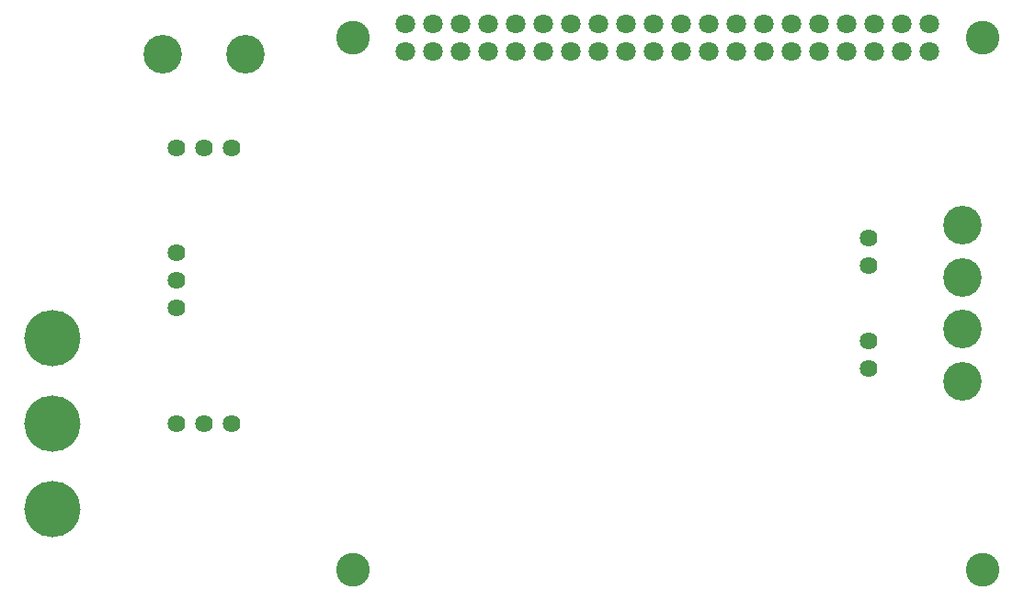
<source format=gbr>
G04 #@! TF.GenerationSoftware,KiCad,Pcbnew,(5.1.8)-1*
G04 #@! TF.CreationDate,2020-12-14T14:55:13-06:00*
G04 #@! TF.ProjectId,MultimediaAndBlackBoxBoard,4d756c74-696d-4656-9469-61416e64426c,rev?*
G04 #@! TF.SameCoordinates,Original*
G04 #@! TF.FileFunction,Soldermask,Bot*
G04 #@! TF.FilePolarity,Negative*
%FSLAX46Y46*%
G04 Gerber Fmt 4.6, Leading zero omitted, Abs format (unit mm)*
G04 Created by KiCad (PCBNEW (5.1.8)-1) date 2020-12-14 14:55:13*
%MOMM*%
%LPD*%
G01*
G04 APERTURE LIST*
%ADD10C,3.102000*%
%ADD11C,1.802000*%
%ADD12C,5.182000*%
%ADD13C,3.552000*%
%ADD14C,1.626000*%
G04 APERTURE END LIST*
D10*
X199713001Y-94745001D03*
X199713001Y-45745001D03*
X141713001Y-94745001D03*
X141713001Y-45745001D03*
D11*
X194843001Y-44475001D03*
X194843001Y-47015001D03*
X192303001Y-44475001D03*
X192303001Y-47015001D03*
X189763001Y-44475001D03*
X189763001Y-47015001D03*
X187223001Y-44475001D03*
X187223001Y-47015001D03*
X184683001Y-44475001D03*
X184683001Y-47015001D03*
X182143001Y-44475001D03*
X182143001Y-47015001D03*
X179603001Y-44475001D03*
X179603001Y-47015001D03*
X177063001Y-44475001D03*
X177063001Y-47015001D03*
X174523001Y-44475001D03*
X174523001Y-47015001D03*
X171983001Y-44475001D03*
X171983001Y-47015001D03*
X169443001Y-44475001D03*
X169443001Y-47015001D03*
X166903001Y-44475001D03*
X166903001Y-47015001D03*
X164363001Y-44475001D03*
X164363001Y-47015001D03*
X161823001Y-44475001D03*
X161823001Y-47015001D03*
X159283001Y-44475001D03*
X159283001Y-47015001D03*
X156743001Y-44475001D03*
X156743001Y-47015001D03*
X154203001Y-44475001D03*
X154203001Y-47015001D03*
X151663001Y-44475001D03*
X151663001Y-47015001D03*
X149123001Y-44475001D03*
X149123001Y-47015001D03*
X146583001Y-44475001D03*
X146583001Y-47015001D03*
D12*
X114046000Y-73406000D03*
X114046000Y-81280000D03*
X114046000Y-89154000D03*
D13*
X197866000Y-67820000D03*
D14*
X189230000Y-66677000D03*
X189230000Y-64137000D03*
D13*
X197870000Y-62992000D03*
X197866000Y-77343000D03*
D14*
X189230000Y-76200000D03*
X189230000Y-73660000D03*
D13*
X197870000Y-72515000D03*
X131826000Y-47244000D03*
X124206000Y-47244000D03*
D14*
X130556000Y-55880000D03*
X128016000Y-55880000D03*
X125476000Y-55880000D03*
X125476000Y-65532000D03*
X125476000Y-68072000D03*
X125476000Y-70612000D03*
X130556000Y-81280000D03*
X128016000Y-81280000D03*
X125476000Y-81280000D03*
M02*

</source>
